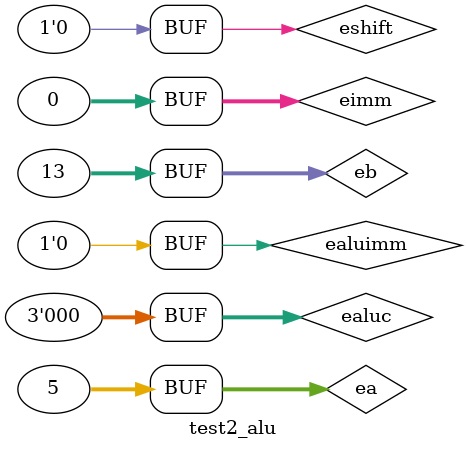
<source format=v>
`timescale 1ns / 1ps


module test2_alu;

	// Inputs
	reg [2:0] ealuc;
	reg ealuimm;
	reg [31:0] ea;
	reg [31:0] eb;
	reg [31:0] eimm;
	reg eshift;

	// Outputs
	wire [31:0] ealu;
	wire z;

	// Instantiate the Unit Under Test (UUT)
	EXE_STAGE uut (
		.ealuc(ealuc), 
		.ealuimm(ealuimm), 
		.ea(ea), 
		.eb(eb), 
		.eimm(eimm), 
		.eshift(eshift), 
		.ealu(ealu), 
		.z(z)
	);

	initial begin
		// Initialize Inputs
		ealuc = 0;
		ealuimm = 0;
		ea = 0;
		eb = 0;
		eimm = 0;
		eshift = 0;

		// Wait 100 ns for global reset to finish
		#100;
      ea=32'b00000000000000000000000000000101;
		eb=32'b00000000000000000000000000001101;
		// Add stimulus here

	end
      
endmodule



</source>
